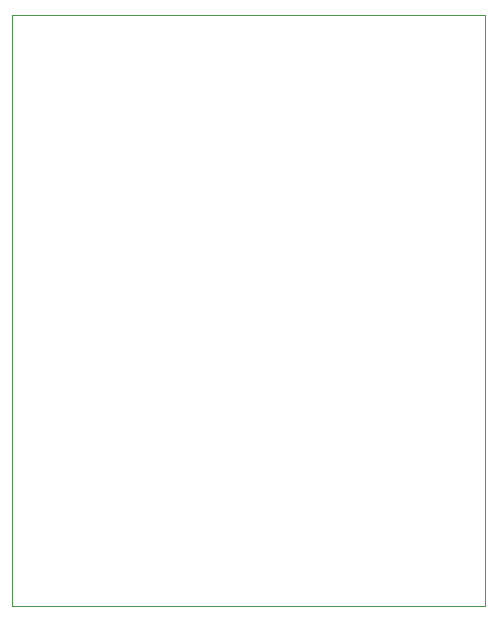
<source format=gbr>
%TF.GenerationSoftware,KiCad,Pcbnew,8.0.2*%
%TF.CreationDate,2024-06-08T00:27:39-04:00*%
%TF.ProjectId,EIS Board,45495320-426f-4617-9264-2e6b69636164,rev?*%
%TF.SameCoordinates,Original*%
%TF.FileFunction,Profile,NP*%
%FSLAX46Y46*%
G04 Gerber Fmt 4.6, Leading zero omitted, Abs format (unit mm)*
G04 Created by KiCad (PCBNEW 8.0.2) date 2024-06-08 00:27:39*
%MOMM*%
%LPD*%
G01*
G04 APERTURE LIST*
%TA.AperFunction,Profile*%
%ADD10C,0.050000*%
%TD*%
G04 APERTURE END LIST*
D10*
X100000000Y-50000000D02*
X140000000Y-50000000D01*
X140000000Y-100000000D01*
X100000000Y-100000000D01*
X100000000Y-50000000D01*
M02*

</source>
